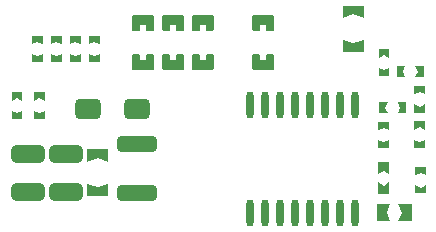
<source format=gtp>
G04 Layer_Color=8421504*
%FSLAX24Y24*%
%MOIN*%
G70*
G01*
G75*
%ADD13O,0.0236X0.0906*%
G04:AMPARAMS|DCode=18|XSize=110.2mil|YSize=59.1mil|CornerRadius=14.8mil|HoleSize=0mil|Usage=FLASHONLY|Rotation=180.000|XOffset=0mil|YOffset=0mil|HoleType=Round|Shape=RoundedRectangle|*
%AMROUNDEDRECTD18*
21,1,0.1102,0.0295,0,0,180.0*
21,1,0.0807,0.0591,0,0,180.0*
1,1,0.0295,-0.0404,0.0148*
1,1,0.0295,0.0404,0.0148*
1,1,0.0295,0.0404,-0.0148*
1,1,0.0295,-0.0404,-0.0148*
%
%ADD18ROUNDEDRECTD18*%
G04:AMPARAMS|DCode=19|XSize=86.6mil|YSize=68.9mil|CornerRadius=17.2mil|HoleSize=0mil|Usage=FLASHONLY|Rotation=180.000|XOffset=0mil|YOffset=0mil|HoleType=Round|Shape=RoundedRectangle|*
%AMROUNDEDRECTD19*
21,1,0.0866,0.0344,0,0,180.0*
21,1,0.0522,0.0689,0,0,180.0*
1,1,0.0344,-0.0261,0.0172*
1,1,0.0344,0.0261,0.0172*
1,1,0.0344,0.0261,-0.0172*
1,1,0.0344,-0.0261,-0.0172*
%
%ADD19ROUNDEDRECTD19*%
G04:AMPARAMS|DCode=20|XSize=133.9mil|YSize=51.2mil|CornerRadius=12.8mil|HoleSize=0mil|Usage=FLASHONLY|Rotation=180.000|XOffset=0mil|YOffset=0mil|HoleType=Round|Shape=RoundedRectangle|*
%AMROUNDEDRECTD20*
21,1,0.1339,0.0256,0,0,180.0*
21,1,0.1083,0.0512,0,0,180.0*
1,1,0.0256,-0.0541,0.0128*
1,1,0.0256,0.0541,0.0128*
1,1,0.0256,0.0541,-0.0128*
1,1,0.0256,-0.0541,-0.0128*
%
%ADD20ROUNDEDRECTD20*%
G36*
X45413Y31220D02*
X45492Y31043D01*
X45217D01*
Y31398D01*
X45492D01*
X45413Y31220D01*
D02*
G37*
G36*
X46102Y31043D02*
X45827D01*
X45905Y31220D01*
X45827Y31398D01*
X46102D01*
Y31043D01*
D02*
G37*
G36*
X34055Y30846D02*
X33701D01*
Y31122D01*
X33878Y31043D01*
X34055Y31122D01*
Y30846D01*
D02*
G37*
G36*
X46732Y30492D02*
X46555Y30571D01*
X46378Y30492D01*
Y30768D01*
X46732D01*
Y30492D01*
D02*
G37*
G36*
X33317Y30846D02*
X32963D01*
Y31122D01*
X33140Y31043D01*
X33317Y31122D01*
Y30846D01*
D02*
G37*
G36*
X46732Y31673D02*
X46555Y31752D01*
X46378Y31673D01*
Y31949D01*
X46732D01*
Y31673D01*
D02*
G37*
G36*
X46004Y32421D02*
X46083Y32244D01*
X45807D01*
Y32598D01*
X46083D01*
X46004Y32421D01*
D02*
G37*
G36*
X34055Y31456D02*
X33878Y31535D01*
X33701Y31456D01*
Y31732D01*
X34055D01*
Y31456D01*
D02*
G37*
G36*
X46732Y31063D02*
X46378D01*
Y31339D01*
X46555Y31260D01*
X46732Y31339D01*
Y31063D01*
D02*
G37*
G36*
X33317Y31456D02*
X33140Y31535D01*
X32963Y31456D01*
Y31732D01*
X33317D01*
Y31456D01*
D02*
G37*
G36*
X45532Y30482D02*
X45354Y30561D01*
X45177Y30482D01*
Y30758D01*
X45532D01*
Y30482D01*
D02*
G37*
G36*
X36171Y28278D02*
X35482D01*
Y28691D01*
X35827Y28573D01*
X36171Y28691D01*
Y28278D01*
D02*
G37*
G36*
X45532Y28337D02*
X45177D01*
Y28730D01*
X45354Y28612D01*
X45532Y28730D01*
Y28337D01*
D02*
G37*
G36*
X46762Y28366D02*
X46407D01*
Y28642D01*
X46585Y28563D01*
X46762Y28642D01*
Y28366D01*
D02*
G37*
G36*
X45453Y27717D02*
X45581Y27431D01*
X45128D01*
Y28002D01*
X45581D01*
X45453Y27717D01*
D02*
G37*
G36*
X46289Y27431D02*
X45837D01*
X45965Y27717D01*
X45837Y28002D01*
X46289D01*
Y27431D01*
D02*
G37*
G36*
X45532Y29872D02*
X45177D01*
Y30148D01*
X45354Y30069D01*
X45532Y30148D01*
Y29872D01*
D02*
G37*
G36*
X46732Y29882D02*
X46378D01*
Y30158D01*
X46555Y30079D01*
X46732Y30158D01*
Y29882D01*
D02*
G37*
G36*
X36171Y29419D02*
X35827Y29537D01*
X35482Y29419D01*
Y29833D01*
X36171D01*
Y29419D01*
D02*
G37*
G36*
X46762Y28976D02*
X46585Y29055D01*
X46407Y28976D01*
Y29252D01*
X46762D01*
Y28976D01*
D02*
G37*
G36*
X45532Y29006D02*
X45354Y29124D01*
X45177Y29006D01*
Y29400D01*
X45532D01*
Y29006D01*
D02*
G37*
G36*
X35886Y33346D02*
X35709Y33425D01*
X35531Y33346D01*
Y33622D01*
X35886D01*
Y33346D01*
D02*
G37*
G36*
X44695Y33071D02*
X44006D01*
Y33484D01*
X44350Y33366D01*
X44695Y33484D01*
Y33071D01*
D02*
G37*
G36*
X35256Y33346D02*
X35079Y33425D01*
X34902Y33346D01*
Y33622D01*
X35256D01*
Y33346D01*
D02*
G37*
G36*
X33986D02*
X33809Y33425D01*
X33632Y33346D01*
Y33622D01*
X33986D01*
Y33346D01*
D02*
G37*
G36*
X34626D02*
X34449Y33425D01*
X34272Y33346D01*
Y33622D01*
X34626D01*
Y33346D01*
D02*
G37*
G36*
X41690Y34293D02*
X41699Y34272D01*
Y33819D01*
X41690Y33798D01*
X41669Y33790D01*
X41467D01*
X41446Y33798D01*
X41437Y33819D01*
Y33957D01*
X41428Y33978D01*
X41407Y33987D01*
X41270D01*
X41249Y33978D01*
X41240Y33957D01*
Y33819D01*
X41232Y33798D01*
X41211Y33790D01*
X41008D01*
X40987Y33798D01*
X40978Y33819D01*
Y34272D01*
X40987Y34293D01*
X41008Y34302D01*
X41669D01*
X41690Y34293D01*
D02*
G37*
G36*
X44695Y34213D02*
X44350Y34331D01*
X44006Y34213D01*
Y34626D01*
X44695D01*
Y34213D01*
D02*
G37*
G36*
X39682Y34293D02*
X39691Y34272D01*
Y33819D01*
X39682Y33798D01*
X39661Y33790D01*
X39459D01*
X39438Y33798D01*
X39429Y33819D01*
Y33957D01*
X39420Y33978D01*
X39400Y33987D01*
X39262D01*
X39241Y33978D01*
X39232Y33957D01*
Y33819D01*
X39224Y33798D01*
X39203Y33790D01*
X39000D01*
X38979Y33798D01*
X38970Y33819D01*
Y34272D01*
X38979Y34293D01*
X39000Y34302D01*
X39661D01*
X39682Y34293D01*
D02*
G37*
G36*
X37684D02*
X37693Y34272D01*
Y33819D01*
X37684Y33798D01*
X37663Y33790D01*
X37461D01*
X37440Y33798D01*
X37431Y33819D01*
Y33957D01*
X37422Y33978D01*
X37402Y33987D01*
X37264D01*
X37243Y33978D01*
X37234Y33957D01*
Y33819D01*
X37226Y33798D01*
X37205Y33790D01*
X37002D01*
X36981Y33798D01*
X36972Y33819D01*
Y34272D01*
X36981Y34293D01*
X37002Y34302D01*
X37663D01*
X37684Y34293D01*
D02*
G37*
G36*
X38688D02*
X38697Y34272D01*
Y33819D01*
X38688Y33798D01*
X38667Y33790D01*
X38465D01*
X38444Y33798D01*
X38435Y33819D01*
Y33957D01*
X38426Y33978D01*
X38406Y33987D01*
X38268D01*
X38247Y33978D01*
X38238Y33957D01*
Y33819D01*
X38230Y33798D01*
X38209Y33790D01*
X38006D01*
X37985Y33798D01*
X37976Y33819D01*
Y34272D01*
X37985Y34293D01*
X38006Y34302D01*
X38667D01*
X38688Y34293D01*
D02*
G37*
G36*
X35886Y32736D02*
X35531D01*
Y33012D01*
X35709Y32933D01*
X35886Y33012D01*
Y32736D01*
D02*
G37*
G36*
X38688Y32993D02*
X38697Y32972D01*
Y32519D01*
X38688Y32498D01*
X38667Y32490D01*
X38006D01*
X37985Y32498D01*
X37976Y32519D01*
Y32972D01*
X37985Y32993D01*
X38006Y33002D01*
X38209D01*
X38230Y32993D01*
X38238Y32972D01*
Y32834D01*
X38247Y32813D01*
X38268Y32805D01*
X38406D01*
X38426Y32813D01*
X38435Y32834D01*
Y32972D01*
X38444Y32993D01*
X38465Y33002D01*
X38667D01*
X38688Y32993D01*
D02*
G37*
G36*
X39682D02*
X39691Y32972D01*
Y32519D01*
X39682Y32498D01*
X39661Y32490D01*
X39000D01*
X38979Y32498D01*
X38970Y32519D01*
Y32972D01*
X38979Y32993D01*
X39000Y33002D01*
X39203D01*
X39224Y32993D01*
X39232Y32972D01*
Y32834D01*
X39241Y32813D01*
X39262Y32805D01*
X39400D01*
X39420Y32813D01*
X39429Y32834D01*
Y32972D01*
X39438Y32993D01*
X39459Y33002D01*
X39661D01*
X39682Y32993D01*
D02*
G37*
G36*
X37684D02*
X37693Y32972D01*
Y32519D01*
X37684Y32498D01*
X37663Y32490D01*
X37002D01*
X36981Y32498D01*
X36972Y32519D01*
Y32972D01*
X36981Y32993D01*
X37002Y33002D01*
X37205D01*
X37226Y32993D01*
X37234Y32972D01*
Y32834D01*
X37243Y32813D01*
X37264Y32805D01*
X37402D01*
X37422Y32813D01*
X37431Y32834D01*
Y32972D01*
X37440Y32993D01*
X37461Y33002D01*
X37663D01*
X37684Y32993D01*
D02*
G37*
G36*
X46693Y32244D02*
X46417D01*
X46496Y32421D01*
X46417Y32598D01*
X46693D01*
Y32244D01*
D02*
G37*
G36*
X45541Y32283D02*
X45187D01*
Y32559D01*
X45364Y32480D01*
X45541Y32559D01*
Y32283D01*
D02*
G37*
G36*
X34626Y32736D02*
X34272D01*
Y33012D01*
X34449Y32933D01*
X34626Y33012D01*
Y32736D01*
D02*
G37*
G36*
X35256D02*
X34902D01*
Y33012D01*
X35079Y32933D01*
X35256Y33012D01*
Y32736D01*
D02*
G37*
G36*
X33986D02*
X33632D01*
Y33012D01*
X33809Y32933D01*
X33986Y33012D01*
Y32736D01*
D02*
G37*
G36*
X41690Y32993D02*
X41699Y32972D01*
Y32519D01*
X41690Y32498D01*
X41669Y32490D01*
X41008D01*
X40987Y32498D01*
X40978Y32519D01*
Y32972D01*
X40987Y32993D01*
X41008Y33002D01*
X41211D01*
X41232Y32993D01*
X41240Y32972D01*
Y32834D01*
X41249Y32813D01*
X41270Y32805D01*
X41407D01*
X41428Y32813D01*
X41437Y32834D01*
Y32972D01*
X41446Y32993D01*
X41467Y33002D01*
X41669D01*
X41690Y32993D01*
D02*
G37*
G36*
X45541Y32893D02*
X45364Y32972D01*
X45187Y32893D01*
Y33169D01*
X45541D01*
Y32893D01*
D02*
G37*
D13*
X40898Y27717D02*
D03*
X41398D02*
D03*
X41898D02*
D03*
X42398D02*
D03*
X42898D02*
D03*
X43398D02*
D03*
X43898D02*
D03*
X44398D02*
D03*
X40898Y31299D02*
D03*
X41398D02*
D03*
X41898D02*
D03*
X42398D02*
D03*
X42898D02*
D03*
X43398D02*
D03*
X43898D02*
D03*
X44398D02*
D03*
D18*
X34764Y29675D02*
D03*
Y28415D02*
D03*
X33484Y29675D02*
D03*
Y28415D02*
D03*
D19*
X37126Y31191D02*
D03*
X35512D02*
D03*
D20*
X37136Y28396D02*
D03*
Y30010D02*
D03*
M02*

</source>
